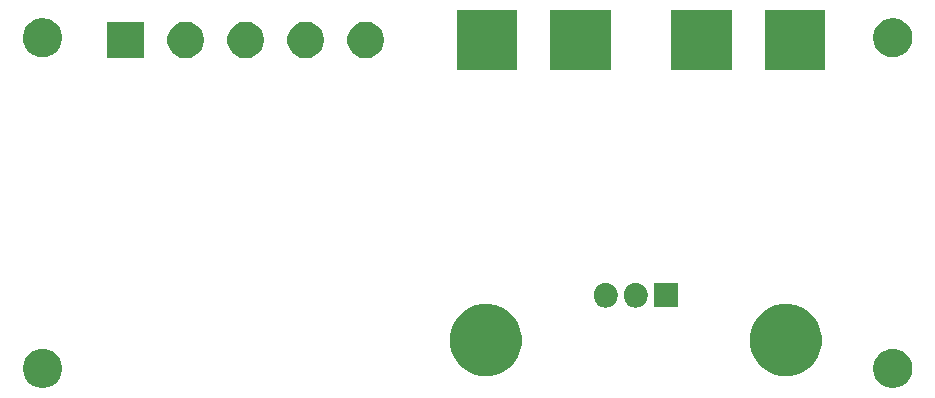
<source format=gbr>
G04 #@! TF.GenerationSoftware,KiCad,Pcbnew,(5.1.2)-2*
G04 #@! TF.CreationDate,2019-08-17T13:58:46+01:00*
G04 #@! TF.ProjectId,Sequencer,53657175-656e-4636-9572-2e6b69636164,rev?*
G04 #@! TF.SameCoordinates,Original*
G04 #@! TF.FileFunction,Soldermask,Bot*
G04 #@! TF.FilePolarity,Negative*
%FSLAX46Y46*%
G04 Gerber Fmt 4.6, Leading zero omitted, Abs format (unit mm)*
G04 Created by KiCad (PCBNEW (5.1.2)-2) date 2019-08-17 13:58:46*
%MOMM*%
%LPD*%
G04 APERTURE LIST*
%ADD10C,0.100000*%
G04 APERTURE END LIST*
D10*
G36*
X164375256Y-102391298D02*
G01*
X164481579Y-102412447D01*
X164782042Y-102536903D01*
X165052451Y-102717585D01*
X165282415Y-102947549D01*
X165463097Y-103217958D01*
X165587553Y-103518421D01*
X165651000Y-103837391D01*
X165651000Y-104162609D01*
X165587553Y-104481579D01*
X165463097Y-104782042D01*
X165282415Y-105052451D01*
X165052451Y-105282415D01*
X164782042Y-105463097D01*
X164481579Y-105587553D01*
X164375256Y-105608702D01*
X164162611Y-105651000D01*
X163837389Y-105651000D01*
X163624744Y-105608702D01*
X163518421Y-105587553D01*
X163217958Y-105463097D01*
X162947549Y-105282415D01*
X162717585Y-105052451D01*
X162536903Y-104782042D01*
X162412447Y-104481579D01*
X162349000Y-104162609D01*
X162349000Y-103837391D01*
X162412447Y-103518421D01*
X162536903Y-103217958D01*
X162717585Y-102947549D01*
X162947549Y-102717585D01*
X163217958Y-102536903D01*
X163518421Y-102412447D01*
X163624744Y-102391298D01*
X163837389Y-102349000D01*
X164162611Y-102349000D01*
X164375256Y-102391298D01*
X164375256Y-102391298D01*
G37*
G36*
X92375256Y-102391298D02*
G01*
X92481579Y-102412447D01*
X92782042Y-102536903D01*
X93052451Y-102717585D01*
X93282415Y-102947549D01*
X93463097Y-103217958D01*
X93587553Y-103518421D01*
X93651000Y-103837391D01*
X93651000Y-104162609D01*
X93587553Y-104481579D01*
X93463097Y-104782042D01*
X93282415Y-105052451D01*
X93052451Y-105282415D01*
X92782042Y-105463097D01*
X92481579Y-105587553D01*
X92375256Y-105608702D01*
X92162611Y-105651000D01*
X91837389Y-105651000D01*
X91624744Y-105608702D01*
X91518421Y-105587553D01*
X91217958Y-105463097D01*
X90947549Y-105282415D01*
X90717585Y-105052451D01*
X90536903Y-104782042D01*
X90412447Y-104481579D01*
X90349000Y-104162609D01*
X90349000Y-103837391D01*
X90412447Y-103518421D01*
X90536903Y-103217958D01*
X90717585Y-102947549D01*
X90947549Y-102717585D01*
X91217958Y-102536903D01*
X91518421Y-102412447D01*
X91624744Y-102391298D01*
X91837389Y-102349000D01*
X92162611Y-102349000D01*
X92375256Y-102391298D01*
X92375256Y-102391298D01*
G37*
G36*
X130429943Y-98666248D02*
G01*
X130985189Y-98896238D01*
X130985190Y-98896239D01*
X131484899Y-99230134D01*
X131909866Y-99655101D01*
X131909867Y-99655103D01*
X132243762Y-100154811D01*
X132473752Y-100710057D01*
X132591000Y-101299501D01*
X132591000Y-101900499D01*
X132473752Y-102489943D01*
X132243762Y-103045189D01*
X132243761Y-103045190D01*
X131909866Y-103544899D01*
X131484899Y-103969866D01*
X131233347Y-104137948D01*
X130985189Y-104303762D01*
X130429943Y-104533752D01*
X129840499Y-104651000D01*
X129239501Y-104651000D01*
X128650057Y-104533752D01*
X128094811Y-104303762D01*
X127846653Y-104137948D01*
X127595101Y-103969866D01*
X127170134Y-103544899D01*
X126836239Y-103045190D01*
X126836238Y-103045189D01*
X126606248Y-102489943D01*
X126489000Y-101900499D01*
X126489000Y-101299501D01*
X126606248Y-100710057D01*
X126836238Y-100154811D01*
X127170133Y-99655103D01*
X127170134Y-99655101D01*
X127595101Y-99230134D01*
X128094810Y-98896239D01*
X128094811Y-98896238D01*
X128650057Y-98666248D01*
X129239501Y-98549000D01*
X129840499Y-98549000D01*
X130429943Y-98666248D01*
X130429943Y-98666248D01*
G37*
G36*
X155829943Y-98666248D02*
G01*
X156385189Y-98896238D01*
X156385190Y-98896239D01*
X156884899Y-99230134D01*
X157309866Y-99655101D01*
X157309867Y-99655103D01*
X157643762Y-100154811D01*
X157873752Y-100710057D01*
X157991000Y-101299501D01*
X157991000Y-101900499D01*
X157873752Y-102489943D01*
X157643762Y-103045189D01*
X157643761Y-103045190D01*
X157309866Y-103544899D01*
X156884899Y-103969866D01*
X156633347Y-104137948D01*
X156385189Y-104303762D01*
X155829943Y-104533752D01*
X155240499Y-104651000D01*
X154639501Y-104651000D01*
X154050057Y-104533752D01*
X153494811Y-104303762D01*
X153246653Y-104137948D01*
X152995101Y-103969866D01*
X152570134Y-103544899D01*
X152236239Y-103045190D01*
X152236238Y-103045189D01*
X152006248Y-102489943D01*
X151889000Y-101900499D01*
X151889000Y-101299501D01*
X152006248Y-100710057D01*
X152236238Y-100154811D01*
X152570133Y-99655103D01*
X152570134Y-99655101D01*
X152995101Y-99230134D01*
X153494810Y-98896239D01*
X153494811Y-98896238D01*
X154050057Y-98666248D01*
X154639501Y-98549000D01*
X155240499Y-98549000D01*
X155829943Y-98666248D01*
X155829943Y-98666248D01*
G37*
G36*
X139896720Y-96753520D02*
G01*
X140085881Y-96810901D01*
X140260212Y-96904083D01*
X140413015Y-97029485D01*
X140538417Y-97182288D01*
X140582182Y-97264167D01*
X140631598Y-97356617D01*
X140631599Y-97356620D01*
X140688980Y-97545781D01*
X140703500Y-97693207D01*
X140703500Y-97886794D01*
X140688980Y-98034220D01*
X140631599Y-98223381D01*
X140538417Y-98397712D01*
X140413015Y-98550515D01*
X140260212Y-98675917D01*
X140178333Y-98719682D01*
X140085883Y-98769098D01*
X140085880Y-98769099D01*
X139896719Y-98826480D01*
X139700000Y-98845855D01*
X139503280Y-98826480D01*
X139314119Y-98769099D01*
X139139788Y-98675917D01*
X138986985Y-98550515D01*
X138861583Y-98397712D01*
X138817818Y-98315833D01*
X138768402Y-98223383D01*
X138768401Y-98223380D01*
X138711020Y-98034219D01*
X138696500Y-97886793D01*
X138696500Y-97693206D01*
X138711020Y-97545780D01*
X138768401Y-97356619D01*
X138861583Y-97182288D01*
X138986985Y-97029485D01*
X139139788Y-96904083D01*
X139314120Y-96810901D01*
X139503281Y-96753520D01*
X139700000Y-96734145D01*
X139896720Y-96753520D01*
X139896720Y-96753520D01*
G37*
G36*
X142436720Y-96753520D02*
G01*
X142625881Y-96810901D01*
X142800212Y-96904083D01*
X142953015Y-97029485D01*
X143078417Y-97182288D01*
X143122182Y-97264167D01*
X143171598Y-97356617D01*
X143171599Y-97356620D01*
X143228980Y-97545781D01*
X143243500Y-97693207D01*
X143243500Y-97886794D01*
X143228980Y-98034220D01*
X143171599Y-98223381D01*
X143078417Y-98397712D01*
X142953015Y-98550515D01*
X142800212Y-98675917D01*
X142718333Y-98719682D01*
X142625883Y-98769098D01*
X142625880Y-98769099D01*
X142436719Y-98826480D01*
X142240000Y-98845855D01*
X142043280Y-98826480D01*
X141854119Y-98769099D01*
X141679788Y-98675917D01*
X141526985Y-98550515D01*
X141401583Y-98397712D01*
X141357818Y-98315833D01*
X141308402Y-98223383D01*
X141308401Y-98223380D01*
X141251020Y-98034219D01*
X141236500Y-97886793D01*
X141236500Y-97693206D01*
X141251020Y-97545780D01*
X141308401Y-97356619D01*
X141401583Y-97182288D01*
X141526985Y-97029485D01*
X141679788Y-96904083D01*
X141854120Y-96810901D01*
X142043281Y-96753520D01*
X142240000Y-96734145D01*
X142436720Y-96753520D01*
X142436720Y-96753520D01*
G37*
G36*
X145783500Y-98841000D02*
G01*
X143776500Y-98841000D01*
X143776500Y-96739000D01*
X145783500Y-96739000D01*
X145783500Y-98841000D01*
X145783500Y-98841000D01*
G37*
G36*
X150366000Y-78751000D02*
G01*
X145264000Y-78751000D01*
X145264000Y-73649000D01*
X150366000Y-73649000D01*
X150366000Y-78751000D01*
X150366000Y-78751000D01*
G37*
G36*
X132205000Y-78751000D02*
G01*
X127103000Y-78751000D01*
X127103000Y-73649000D01*
X132205000Y-73649000D01*
X132205000Y-78751000D01*
X132205000Y-78751000D01*
G37*
G36*
X158266000Y-78751000D02*
G01*
X153164000Y-78751000D01*
X153164000Y-73649000D01*
X158266000Y-73649000D01*
X158266000Y-78751000D01*
X158266000Y-78751000D01*
G37*
G36*
X140105000Y-78751000D02*
G01*
X135003000Y-78751000D01*
X135003000Y-73649000D01*
X140105000Y-73649000D01*
X140105000Y-78751000D01*
X140105000Y-78751000D01*
G37*
G36*
X119682585Y-74678802D02*
G01*
X119832410Y-74708604D01*
X120114674Y-74825521D01*
X120368705Y-74995259D01*
X120584741Y-75211295D01*
X120754479Y-75465326D01*
X120871396Y-75747590D01*
X120931000Y-76047240D01*
X120931000Y-76352760D01*
X120871396Y-76652410D01*
X120754479Y-76934674D01*
X120584741Y-77188705D01*
X120368705Y-77404741D01*
X120114674Y-77574479D01*
X119832410Y-77691396D01*
X119682585Y-77721198D01*
X119532761Y-77751000D01*
X119227239Y-77751000D01*
X119077415Y-77721198D01*
X118927590Y-77691396D01*
X118645326Y-77574479D01*
X118391295Y-77404741D01*
X118175259Y-77188705D01*
X118005521Y-76934674D01*
X117888604Y-76652410D01*
X117829000Y-76352760D01*
X117829000Y-76047240D01*
X117888604Y-75747590D01*
X118005521Y-75465326D01*
X118175259Y-75211295D01*
X118391295Y-74995259D01*
X118645326Y-74825521D01*
X118927590Y-74708604D01*
X119077415Y-74678802D01*
X119227239Y-74649000D01*
X119532761Y-74649000D01*
X119682585Y-74678802D01*
X119682585Y-74678802D01*
G37*
G36*
X104442585Y-74678802D02*
G01*
X104592410Y-74708604D01*
X104874674Y-74825521D01*
X105128705Y-74995259D01*
X105344741Y-75211295D01*
X105514479Y-75465326D01*
X105631396Y-75747590D01*
X105691000Y-76047240D01*
X105691000Y-76352760D01*
X105631396Y-76652410D01*
X105514479Y-76934674D01*
X105344741Y-77188705D01*
X105128705Y-77404741D01*
X104874674Y-77574479D01*
X104592410Y-77691396D01*
X104442585Y-77721198D01*
X104292761Y-77751000D01*
X103987239Y-77751000D01*
X103837415Y-77721198D01*
X103687590Y-77691396D01*
X103405326Y-77574479D01*
X103151295Y-77404741D01*
X102935259Y-77188705D01*
X102765521Y-76934674D01*
X102648604Y-76652410D01*
X102589000Y-76352760D01*
X102589000Y-76047240D01*
X102648604Y-75747590D01*
X102765521Y-75465326D01*
X102935259Y-75211295D01*
X103151295Y-74995259D01*
X103405326Y-74825521D01*
X103687590Y-74708604D01*
X103837415Y-74678802D01*
X103987239Y-74649000D01*
X104292761Y-74649000D01*
X104442585Y-74678802D01*
X104442585Y-74678802D01*
G37*
G36*
X109522585Y-74678802D02*
G01*
X109672410Y-74708604D01*
X109954674Y-74825521D01*
X110208705Y-74995259D01*
X110424741Y-75211295D01*
X110594479Y-75465326D01*
X110711396Y-75747590D01*
X110771000Y-76047240D01*
X110771000Y-76352760D01*
X110711396Y-76652410D01*
X110594479Y-76934674D01*
X110424741Y-77188705D01*
X110208705Y-77404741D01*
X109954674Y-77574479D01*
X109672410Y-77691396D01*
X109522585Y-77721198D01*
X109372761Y-77751000D01*
X109067239Y-77751000D01*
X108917415Y-77721198D01*
X108767590Y-77691396D01*
X108485326Y-77574479D01*
X108231295Y-77404741D01*
X108015259Y-77188705D01*
X107845521Y-76934674D01*
X107728604Y-76652410D01*
X107669000Y-76352760D01*
X107669000Y-76047240D01*
X107728604Y-75747590D01*
X107845521Y-75465326D01*
X108015259Y-75211295D01*
X108231295Y-74995259D01*
X108485326Y-74825521D01*
X108767590Y-74708604D01*
X108917415Y-74678802D01*
X109067239Y-74649000D01*
X109372761Y-74649000D01*
X109522585Y-74678802D01*
X109522585Y-74678802D01*
G37*
G36*
X100611000Y-77751000D02*
G01*
X97509000Y-77751000D01*
X97509000Y-74649000D01*
X100611000Y-74649000D01*
X100611000Y-77751000D01*
X100611000Y-77751000D01*
G37*
G36*
X114602585Y-74678802D02*
G01*
X114752410Y-74708604D01*
X115034674Y-74825521D01*
X115288705Y-74995259D01*
X115504741Y-75211295D01*
X115674479Y-75465326D01*
X115791396Y-75747590D01*
X115851000Y-76047240D01*
X115851000Y-76352760D01*
X115791396Y-76652410D01*
X115674479Y-76934674D01*
X115504741Y-77188705D01*
X115288705Y-77404741D01*
X115034674Y-77574479D01*
X114752410Y-77691396D01*
X114602585Y-77721198D01*
X114452761Y-77751000D01*
X114147239Y-77751000D01*
X113997415Y-77721198D01*
X113847590Y-77691396D01*
X113565326Y-77574479D01*
X113311295Y-77404741D01*
X113095259Y-77188705D01*
X112925521Y-76934674D01*
X112808604Y-76652410D01*
X112749000Y-76352760D01*
X112749000Y-76047240D01*
X112808604Y-75747590D01*
X112925521Y-75465326D01*
X113095259Y-75211295D01*
X113311295Y-74995259D01*
X113565326Y-74825521D01*
X113847590Y-74708604D01*
X113997415Y-74678802D01*
X114147239Y-74649000D01*
X114452761Y-74649000D01*
X114602585Y-74678802D01*
X114602585Y-74678802D01*
G37*
G36*
X92375256Y-74391298D02*
G01*
X92481579Y-74412447D01*
X92782042Y-74536903D01*
X93052451Y-74717585D01*
X93282415Y-74947549D01*
X93463097Y-75217958D01*
X93463098Y-75217960D01*
X93587553Y-75518422D01*
X93651000Y-75837389D01*
X93651000Y-76162611D01*
X93608702Y-76375256D01*
X93587553Y-76481579D01*
X93463097Y-76782042D01*
X93282415Y-77052451D01*
X93052451Y-77282415D01*
X92782042Y-77463097D01*
X92481579Y-77587553D01*
X92375256Y-77608702D01*
X92162611Y-77651000D01*
X91837389Y-77651000D01*
X91624744Y-77608702D01*
X91518421Y-77587553D01*
X91217958Y-77463097D01*
X90947549Y-77282415D01*
X90717585Y-77052451D01*
X90536903Y-76782042D01*
X90412447Y-76481579D01*
X90391298Y-76375256D01*
X90349000Y-76162611D01*
X90349000Y-75837389D01*
X90412447Y-75518422D01*
X90536902Y-75217960D01*
X90536903Y-75217958D01*
X90717585Y-74947549D01*
X90947549Y-74717585D01*
X91217958Y-74536903D01*
X91518421Y-74412447D01*
X91624744Y-74391298D01*
X91837389Y-74349000D01*
X92162611Y-74349000D01*
X92375256Y-74391298D01*
X92375256Y-74391298D01*
G37*
G36*
X164375256Y-74391298D02*
G01*
X164481579Y-74412447D01*
X164782042Y-74536903D01*
X165052451Y-74717585D01*
X165282415Y-74947549D01*
X165463097Y-75217958D01*
X165463098Y-75217960D01*
X165587553Y-75518422D01*
X165651000Y-75837389D01*
X165651000Y-76162611D01*
X165608702Y-76375256D01*
X165587553Y-76481579D01*
X165463097Y-76782042D01*
X165282415Y-77052451D01*
X165052451Y-77282415D01*
X164782042Y-77463097D01*
X164481579Y-77587553D01*
X164375256Y-77608702D01*
X164162611Y-77651000D01*
X163837389Y-77651000D01*
X163624744Y-77608702D01*
X163518421Y-77587553D01*
X163217958Y-77463097D01*
X162947549Y-77282415D01*
X162717585Y-77052451D01*
X162536903Y-76782042D01*
X162412447Y-76481579D01*
X162391298Y-76375256D01*
X162349000Y-76162611D01*
X162349000Y-75837389D01*
X162412447Y-75518422D01*
X162536902Y-75217960D01*
X162536903Y-75217958D01*
X162717585Y-74947549D01*
X162947549Y-74717585D01*
X163217958Y-74536903D01*
X163518421Y-74412447D01*
X163624744Y-74391298D01*
X163837389Y-74349000D01*
X164162611Y-74349000D01*
X164375256Y-74391298D01*
X164375256Y-74391298D01*
G37*
M02*

</source>
